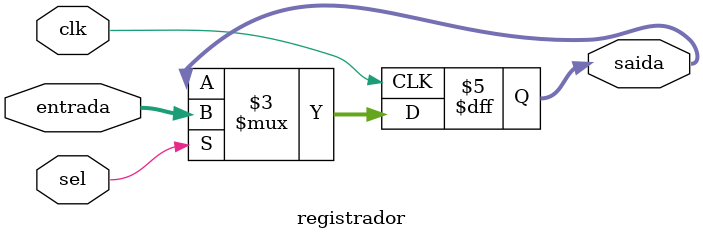
<source format=v>
module registrador (
    
    input sel,
    input [15:0] entrada,
    input clk,
    output reg [15:0] saida
);
    
    always @(posedge clk ) begin
        if (sel == 1) begin
            saida <= entrada;
        end
    end

endmodule
</source>
